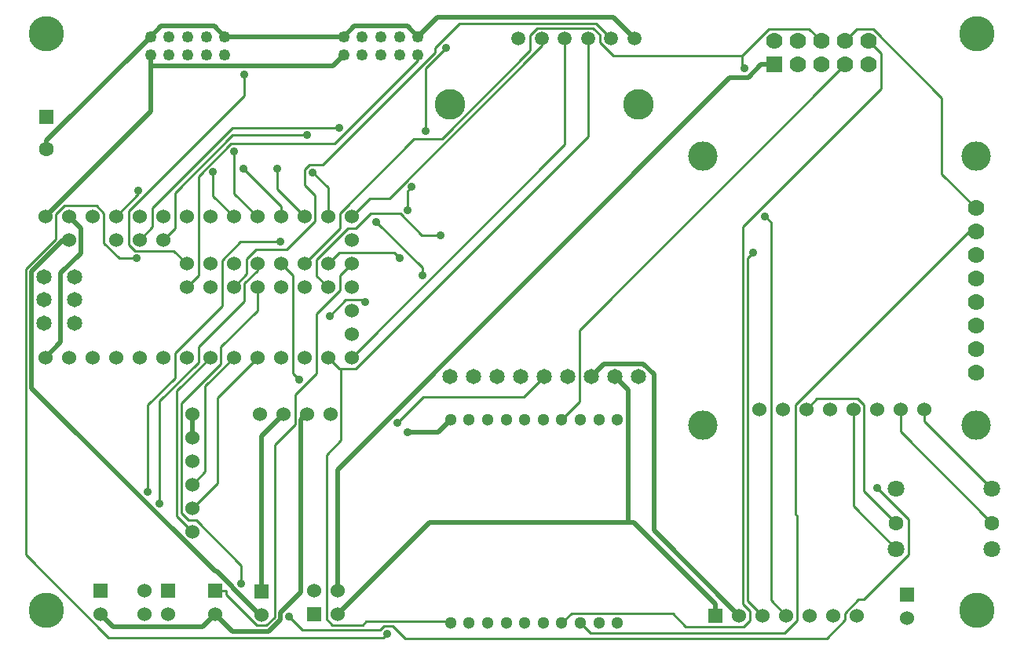
<source format=gbl>
G04 (created by PCBNEW (2013-jul-07)-stable) date Sun 08 May 2016 08:08:29 PM PDT*
%MOIN*%
G04 Gerber Fmt 3.4, Leading zero omitted, Abs format*
%FSLAX34Y34*%
G01*
G70*
G90*
G04 APERTURE LIST*
%ADD10C,0.00590551*%
%ADD11C,0.06*%
%ADD12R,0.06X0.06*%
%ADD13C,0.0629921*%
%ADD14C,0.0708661*%
%ADD15C,0.065*%
%ADD16C,0.13*%
%ADD17C,0.07*%
%ADD18C,0.125*%
%ADD19R,0.063X0.063*%
%ADD20C,0.063*%
%ADD21R,0.07X0.07*%
%ADD22C,0.0492126*%
%ADD23C,0.15*%
%ADD24C,0.0590551*%
%ADD25C,0.0511811*%
%ADD26C,0.035*%
%ADD27C,0.02*%
%ADD28C,0.01*%
G04 APERTURE END LIST*
G54D10*
G54D11*
X20550Y-27650D03*
X21550Y-27650D03*
X22550Y-27650D03*
X23550Y-27650D03*
G54D12*
X16650Y-35150D03*
G54D11*
X16650Y-36150D03*
X15650Y-35150D03*
X15650Y-36150D03*
G54D12*
X18670Y-35150D03*
G54D11*
X18670Y-36150D03*
G54D12*
X20618Y-35179D03*
G54D11*
X20618Y-36179D03*
X17700Y-27650D03*
X17700Y-28650D03*
X17700Y-29650D03*
X17700Y-30650D03*
X17700Y-31650D03*
X17700Y-32650D03*
G54D13*
X47578Y-32283D03*
X51633Y-32283D03*
G54D14*
X47578Y-30826D03*
X47582Y-33385D03*
X51633Y-30826D03*
X51633Y-33385D03*
G54D15*
X12700Y-23780D03*
X12700Y-22800D03*
X12700Y-21820D03*
X11400Y-21820D03*
X11400Y-22800D03*
X11400Y-23780D03*
X28618Y-26043D03*
X29618Y-26043D03*
X30618Y-26043D03*
X31618Y-26043D03*
X32618Y-26043D03*
X33618Y-26043D03*
X34618Y-26043D03*
X35618Y-26043D03*
G54D16*
X28618Y-14483D03*
X36618Y-14483D03*
G54D15*
X36618Y-26043D03*
G54D17*
X50950Y-18900D03*
X50950Y-19900D03*
X50950Y-20900D03*
X50950Y-21900D03*
X50950Y-22900D03*
X50950Y-23900D03*
X50950Y-24900D03*
X50950Y-25900D03*
G54D18*
X50980Y-16690D03*
X50980Y-28110D03*
X39360Y-16690D03*
X39360Y-28110D03*
G54D19*
X11500Y-15011D03*
G54D20*
X11500Y-16389D03*
G54D12*
X13800Y-35150D03*
G54D11*
X13800Y-36150D03*
G54D21*
X42400Y-12800D03*
G54D17*
X42400Y-11800D03*
X43400Y-12800D03*
X43400Y-11800D03*
X44400Y-12800D03*
X44400Y-11800D03*
X45400Y-12800D03*
X45400Y-11800D03*
X46400Y-12800D03*
X46400Y-11800D03*
G54D11*
X11450Y-25250D03*
X12450Y-25250D03*
X13450Y-25250D03*
X14450Y-25250D03*
X15450Y-25250D03*
X16450Y-25250D03*
X17450Y-25250D03*
X18450Y-25250D03*
X19450Y-25250D03*
X20450Y-25250D03*
X21450Y-25250D03*
X22450Y-25250D03*
X23450Y-25250D03*
X24450Y-25250D03*
X24450Y-24250D03*
X24450Y-23250D03*
X24450Y-22250D03*
X24450Y-21250D03*
X24450Y-20250D03*
X24450Y-19250D03*
X23450Y-19250D03*
X22450Y-19250D03*
X21450Y-19250D03*
X20450Y-19250D03*
X19450Y-19250D03*
X18450Y-19250D03*
X17450Y-19250D03*
X16450Y-19250D03*
X15450Y-19250D03*
X14450Y-19250D03*
X13450Y-19250D03*
X12450Y-19250D03*
X11450Y-19250D03*
X17450Y-22250D03*
X18450Y-22250D03*
X19450Y-22250D03*
X20450Y-22250D03*
X21450Y-22250D03*
X22450Y-22250D03*
X23450Y-22250D03*
X23450Y-21250D03*
X22450Y-21250D03*
X21450Y-21250D03*
X20450Y-21250D03*
X19450Y-21250D03*
X18450Y-21250D03*
X17450Y-21250D03*
X16450Y-20250D03*
X15450Y-20250D03*
X14450Y-20250D03*
X12450Y-20250D03*
G54D22*
X24125Y-12393D03*
X24125Y-11606D03*
X24912Y-12393D03*
X24912Y-11606D03*
X25700Y-12393D03*
X25700Y-11606D03*
X26487Y-12393D03*
X26487Y-11606D03*
X27274Y-12393D03*
X27274Y-11606D03*
X15925Y-12393D03*
X15925Y-11606D03*
X16712Y-12393D03*
X16712Y-11606D03*
X17500Y-12393D03*
X17500Y-11606D03*
X18287Y-12393D03*
X18287Y-11606D03*
X19074Y-12393D03*
X19074Y-11606D03*
G54D23*
X11500Y-11500D03*
X11500Y-36000D03*
X51000Y-11500D03*
X51000Y-36000D03*
G54D24*
X36460Y-11700D03*
X31539Y-11700D03*
X32523Y-11700D03*
X33507Y-11700D03*
X34492Y-11700D03*
X35476Y-11700D03*
G54D12*
X22850Y-36150D03*
G54D11*
X22850Y-35150D03*
X23850Y-36150D03*
X23850Y-35150D03*
G54D25*
X35743Y-27869D03*
X34955Y-27869D03*
X34168Y-27869D03*
X33381Y-27869D03*
X32593Y-27869D03*
X31806Y-27869D03*
X31018Y-27869D03*
X30231Y-27869D03*
X29444Y-27869D03*
X28656Y-27869D03*
X28656Y-36530D03*
X29444Y-36530D03*
X30231Y-36530D03*
X31018Y-36530D03*
X31806Y-36530D03*
X32593Y-36530D03*
X33381Y-36530D03*
X34168Y-36530D03*
X34955Y-36530D03*
X35743Y-36530D03*
G54D11*
X48750Y-27450D03*
X47750Y-27450D03*
X41750Y-27450D03*
X42750Y-27450D03*
X43750Y-27450D03*
X44750Y-27450D03*
X45750Y-27450D03*
X46750Y-27450D03*
G54D12*
X48031Y-35326D03*
G54D11*
X48031Y-36326D03*
G54D12*
X39913Y-36220D03*
G54D11*
X40913Y-36220D03*
X41913Y-36220D03*
X42913Y-36220D03*
X43913Y-36220D03*
X44913Y-36220D03*
X45913Y-36220D03*
G54D26*
X21441Y-20327D03*
X15808Y-30955D03*
X21300Y-17214D03*
X19482Y-16468D03*
X15415Y-18136D03*
X22565Y-15799D03*
X26391Y-28004D03*
X25956Y-36990D03*
X15335Y-21034D03*
X23526Y-23473D03*
X25043Y-22878D03*
X25505Y-19476D03*
X27458Y-21760D03*
X26505Y-21006D03*
X41503Y-20794D03*
X41122Y-12960D03*
X42005Y-19247D03*
X19903Y-13222D03*
X28249Y-20038D03*
X22807Y-17375D03*
X19855Y-17214D03*
X18582Y-17362D03*
X27595Y-15609D03*
X28481Y-12074D03*
X27008Y-18000D03*
X26822Y-18969D03*
X23940Y-15473D03*
X22221Y-26180D03*
X16316Y-31448D03*
X26821Y-28408D03*
X46773Y-30800D03*
X21810Y-36250D03*
X19775Y-34855D03*
G54D27*
X20618Y-28581D02*
X21550Y-27650D01*
X20618Y-35179D02*
X20618Y-28581D01*
X23674Y-12844D02*
X15925Y-12844D01*
X24125Y-12393D02*
X23674Y-12844D01*
X15925Y-14774D02*
X15925Y-12844D01*
X11450Y-19250D02*
X15925Y-14774D01*
X15925Y-12844D02*
X15925Y-12393D01*
X39913Y-36220D02*
X39913Y-35720D01*
X36202Y-26627D02*
X35618Y-26043D01*
X36202Y-32237D02*
X36202Y-26627D01*
X27762Y-32237D02*
X36202Y-32237D01*
X23850Y-36150D02*
X27762Y-32237D01*
X36430Y-32237D02*
X39913Y-35720D01*
X36202Y-32237D02*
X36430Y-32237D01*
G54D28*
X21441Y-20327D02*
X21441Y-20327D01*
X19725Y-20327D02*
X21441Y-20327D01*
X18950Y-21103D02*
X19725Y-20327D01*
X18950Y-23049D02*
X18950Y-21103D01*
X16950Y-25049D02*
X18950Y-23049D01*
X16950Y-26103D02*
X16950Y-25049D01*
X15808Y-27245D02*
X16950Y-26103D01*
X15808Y-30955D02*
X15808Y-27245D01*
X21300Y-18100D02*
X22450Y-19250D01*
X21300Y-17214D02*
X21300Y-18100D01*
X19482Y-18282D02*
X19482Y-16468D01*
X20450Y-19250D02*
X19482Y-18282D01*
X15415Y-18284D02*
X15415Y-18136D01*
X14450Y-19250D02*
X15415Y-18284D01*
X16950Y-19750D02*
X16450Y-20250D01*
X16950Y-18252D02*
X16950Y-19750D01*
X19402Y-15799D02*
X16950Y-18252D01*
X22565Y-15799D02*
X19402Y-15799D01*
X31750Y-26911D02*
X32618Y-26043D01*
X27485Y-26911D02*
X31750Y-26911D01*
X26391Y-28004D02*
X27485Y-26911D01*
X46207Y-30912D02*
X47578Y-32283D01*
X46207Y-27266D02*
X46207Y-30912D01*
X45938Y-26998D02*
X46207Y-27266D01*
X44201Y-26998D02*
X45938Y-26998D01*
X43750Y-27450D02*
X44201Y-26998D01*
X45750Y-31553D02*
X47582Y-33385D01*
X45750Y-27450D02*
X45750Y-31553D01*
X48750Y-27942D02*
X51633Y-30826D01*
X48750Y-27450D02*
X48750Y-27942D01*
X25807Y-37138D02*
X25956Y-36990D01*
X14136Y-37138D02*
X25807Y-37138D01*
X10619Y-33621D02*
X14136Y-37138D01*
X10619Y-21491D02*
X10619Y-33621D01*
X11900Y-20211D02*
X10619Y-21491D01*
X11900Y-19153D02*
X11900Y-20211D01*
X12271Y-18782D02*
X11900Y-19153D01*
X13620Y-18782D02*
X12271Y-18782D01*
X13945Y-19106D02*
X13620Y-18782D01*
X13945Y-20387D02*
X13945Y-19106D01*
X14592Y-21034D02*
X13945Y-20387D01*
X15335Y-21034D02*
X14592Y-21034D01*
X47750Y-28399D02*
X47750Y-27450D01*
X51633Y-32283D02*
X47750Y-28399D01*
X24965Y-22799D02*
X25043Y-22878D01*
X24200Y-22799D02*
X24965Y-22799D01*
X23526Y-23473D02*
X24200Y-22799D01*
X27458Y-21429D02*
X27458Y-21760D01*
X25505Y-19476D02*
X27458Y-21429D01*
X17042Y-31992D02*
X17700Y-32650D01*
X17042Y-26657D02*
X17042Y-31992D01*
X18450Y-25250D02*
X17042Y-26657D01*
X18752Y-26947D02*
X20450Y-25250D01*
X18752Y-30597D02*
X18752Y-26947D01*
X17700Y-31650D02*
X18752Y-30597D01*
X18249Y-30100D02*
X17700Y-30650D01*
X18249Y-26450D02*
X18249Y-30100D01*
X19450Y-25250D02*
X18249Y-26450D01*
X33507Y-16192D02*
X24450Y-25250D01*
X33507Y-11700D02*
X33507Y-16192D01*
X34118Y-24081D02*
X45400Y-12800D01*
X34118Y-27132D02*
X34118Y-24081D01*
X33381Y-27869D02*
X34118Y-27132D01*
X24000Y-28767D02*
X24000Y-25717D01*
X23385Y-29382D02*
X24000Y-28767D01*
X23385Y-36352D02*
X23385Y-29382D01*
X23635Y-36603D02*
X23385Y-36352D01*
X24917Y-36603D02*
X23635Y-36603D01*
X25056Y-36463D02*
X24917Y-36603D01*
X28589Y-36463D02*
X25056Y-36463D01*
X28656Y-36530D02*
X28589Y-36463D01*
X23917Y-25717D02*
X24000Y-25717D01*
X23450Y-25250D02*
X23917Y-25717D01*
X34492Y-15861D02*
X34492Y-11700D01*
X24635Y-25717D02*
X34492Y-15861D01*
X24000Y-25717D02*
X24635Y-25717D01*
X49515Y-17465D02*
X50950Y-18900D01*
X49515Y-14203D02*
X49515Y-17465D01*
X46598Y-11286D02*
X49515Y-14203D01*
X45913Y-11286D02*
X46598Y-11286D01*
X45400Y-11800D02*
X45913Y-11286D01*
X19999Y-21700D02*
X19450Y-22250D01*
X19999Y-21063D02*
X19999Y-21700D01*
X20399Y-20663D02*
X19999Y-21063D01*
X21685Y-20663D02*
X20399Y-20663D01*
X22901Y-19447D02*
X21685Y-20663D01*
X22901Y-18354D02*
X22901Y-19447D01*
X22462Y-17915D02*
X22901Y-18354D01*
X22462Y-17243D02*
X22462Y-17915D01*
X22664Y-17041D02*
X22462Y-17243D01*
X23229Y-17041D02*
X22664Y-17041D01*
X27984Y-12286D02*
X23229Y-17041D01*
X27984Y-12085D02*
X27984Y-12286D01*
X29024Y-11045D02*
X27984Y-12085D01*
X34821Y-11045D02*
X29024Y-11045D01*
X35476Y-11700D02*
X34821Y-11045D01*
X19120Y-35318D02*
X19120Y-35150D01*
X20433Y-36631D02*
X19120Y-35318D01*
X20832Y-36631D02*
X20433Y-36631D01*
X21184Y-36278D02*
X20832Y-36631D01*
X21184Y-28965D02*
X21184Y-36278D01*
X22050Y-28100D02*
X21184Y-28965D01*
X22050Y-26822D02*
X22050Y-28100D01*
X22950Y-25922D02*
X22050Y-26822D01*
X22950Y-23401D02*
X22950Y-25922D01*
X23950Y-22401D02*
X22950Y-23401D01*
X23950Y-21750D02*
X23950Y-22401D01*
X24450Y-21250D02*
X23950Y-21750D01*
X18670Y-35150D02*
X19120Y-35150D01*
X25231Y-18468D02*
X24450Y-19250D01*
X26052Y-18468D02*
X25231Y-18468D01*
X32523Y-11997D02*
X26052Y-18468D01*
X32523Y-11700D02*
X32523Y-11997D01*
X50659Y-19900D02*
X50950Y-19900D01*
X43294Y-27265D02*
X50659Y-19900D01*
X43294Y-31897D02*
X43294Y-27265D01*
X43365Y-31969D02*
X43294Y-31897D01*
X43365Y-36410D02*
X43365Y-31969D01*
X42829Y-36946D02*
X43365Y-36410D01*
X34584Y-36946D02*
X42829Y-36946D01*
X34168Y-36530D02*
X34584Y-36946D01*
X23917Y-20782D02*
X23450Y-21250D01*
X26281Y-20782D02*
X23917Y-20782D01*
X26505Y-21006D02*
X26281Y-20782D01*
X41280Y-21017D02*
X41503Y-20794D01*
X41280Y-35587D02*
X41280Y-21017D01*
X41913Y-36220D02*
X41280Y-35587D01*
X35572Y-12426D02*
X41034Y-12426D01*
X34984Y-11837D02*
X35572Y-12426D01*
X34984Y-11530D02*
X34984Y-11837D01*
X34703Y-11250D02*
X34984Y-11530D01*
X32331Y-11250D02*
X34703Y-11250D01*
X32031Y-11550D02*
X32331Y-11250D01*
X32031Y-12201D02*
X32031Y-11550D01*
X28286Y-15946D02*
X32031Y-12201D01*
X27107Y-15946D02*
X28286Y-15946D01*
X23950Y-19103D02*
X27107Y-15946D01*
X23950Y-19750D02*
X23950Y-19103D01*
X22450Y-21250D02*
X23950Y-19750D01*
X43881Y-11281D02*
X44400Y-11800D01*
X42179Y-11281D02*
X43881Y-11281D01*
X41034Y-12426D02*
X42179Y-11281D01*
X41034Y-12873D02*
X41122Y-12960D01*
X41034Y-12426D02*
X41034Y-12873D01*
X42250Y-35557D02*
X42913Y-36220D01*
X42250Y-19492D02*
X42250Y-35557D01*
X42005Y-19247D02*
X42250Y-19492D01*
X19903Y-14108D02*
X19903Y-13222D01*
X14994Y-19017D02*
X19903Y-14108D01*
X14994Y-20446D02*
X14994Y-19017D01*
X15257Y-20709D02*
X14994Y-20446D01*
X16909Y-20709D02*
X15257Y-20709D01*
X17450Y-21250D02*
X16909Y-20709D01*
X17950Y-21750D02*
X17450Y-22250D01*
X17950Y-17535D02*
X17950Y-21750D01*
X19349Y-16135D02*
X17950Y-17535D01*
X23744Y-16135D02*
X19349Y-16135D01*
X27274Y-12606D02*
X23744Y-16135D01*
X27274Y-12393D02*
X27274Y-12606D01*
X27431Y-20038D02*
X28249Y-20038D01*
X26527Y-19134D02*
X27431Y-20038D01*
X25251Y-19134D02*
X26527Y-19134D01*
X24635Y-19750D02*
X25251Y-19134D01*
X24308Y-19750D02*
X24635Y-19750D01*
X22983Y-21074D02*
X24308Y-19750D01*
X22983Y-21783D02*
X22983Y-21074D01*
X23450Y-22250D02*
X22983Y-21783D01*
G54D27*
X23850Y-30002D02*
X23850Y-35150D01*
X40502Y-13350D02*
X23850Y-30002D01*
X41299Y-13350D02*
X40502Y-13350D01*
X41849Y-12800D02*
X41299Y-13350D01*
X42400Y-12800D02*
X41849Y-12800D01*
X20552Y-36179D02*
X20618Y-36179D01*
X19400Y-35027D02*
X20552Y-36179D01*
X19400Y-34990D02*
X19400Y-35027D01*
X18740Y-34331D02*
X19400Y-34990D01*
X18651Y-34331D02*
X18740Y-34331D01*
X10873Y-26553D02*
X18651Y-34331D01*
X10873Y-21591D02*
X10873Y-26553D01*
X12215Y-20250D02*
X10873Y-21591D01*
X12450Y-20250D02*
X12215Y-20250D01*
G54D28*
X23450Y-18018D02*
X23450Y-19250D01*
X22807Y-17375D02*
X23450Y-18018D01*
X21450Y-18809D02*
X21450Y-19250D01*
X19855Y-17214D02*
X21450Y-18809D01*
X18582Y-18382D02*
X18582Y-17362D01*
X19450Y-19250D02*
X18582Y-18382D01*
X27595Y-12960D02*
X28481Y-12074D01*
X27595Y-15609D02*
X27595Y-12960D01*
X26822Y-18186D02*
X27008Y-18000D01*
X26822Y-18969D02*
X26822Y-18186D01*
X19406Y-15473D02*
X23940Y-15473D01*
X15999Y-18880D02*
X19406Y-15473D01*
X15999Y-19700D02*
X15999Y-18880D01*
X15450Y-20250D02*
X15999Y-19700D01*
X21950Y-25909D02*
X22221Y-26180D01*
X21950Y-21750D02*
X21950Y-25909D01*
X21450Y-21250D02*
X21950Y-21750D01*
X16316Y-27100D02*
X16316Y-31448D01*
X17950Y-25466D02*
X16316Y-27100D01*
X17950Y-24799D02*
X17950Y-25466D01*
X19900Y-22849D02*
X17950Y-24799D01*
X19900Y-22099D02*
X19900Y-22849D01*
X20450Y-21549D02*
X19900Y-22099D01*
X20450Y-21250D02*
X20450Y-21549D01*
X46920Y-12320D02*
X46400Y-11800D01*
X46920Y-13815D02*
X46920Y-12320D01*
X41063Y-19672D02*
X46920Y-13815D01*
X41063Y-35703D02*
X41063Y-19672D01*
X41370Y-36009D02*
X41063Y-35703D01*
X41370Y-36411D02*
X41370Y-36009D01*
X41105Y-36676D02*
X41370Y-36411D01*
X38640Y-36676D02*
X41105Y-36676D01*
X38088Y-36124D02*
X38640Y-36676D01*
X33787Y-36124D02*
X38088Y-36124D01*
X33381Y-36530D02*
X33787Y-36124D01*
G54D27*
X17700Y-28650D02*
X17700Y-27650D01*
X12956Y-19756D02*
X12450Y-19250D01*
X12956Y-20819D02*
X12956Y-19756D01*
X12112Y-21663D02*
X12956Y-20819D01*
X12112Y-24587D02*
X12112Y-21663D01*
X11450Y-25250D02*
X12112Y-24587D01*
X16375Y-11155D02*
X15925Y-11606D01*
X18624Y-11155D02*
X16375Y-11155D01*
X19074Y-11606D02*
X18624Y-11155D01*
X19074Y-11606D02*
X24125Y-11606D01*
X14322Y-36672D02*
X13800Y-36150D01*
X18147Y-36672D02*
X14322Y-36672D01*
X18670Y-36150D02*
X18147Y-36672D01*
X19402Y-36881D02*
X18670Y-36150D01*
X20935Y-36881D02*
X19402Y-36881D01*
X21435Y-36382D02*
X20935Y-36881D01*
X21435Y-36095D02*
X21435Y-36382D01*
X22300Y-35230D02*
X21435Y-36095D01*
X22300Y-27899D02*
X22300Y-35230D01*
X22550Y-27650D02*
X22300Y-27899D01*
X26828Y-11160D02*
X27274Y-11606D01*
X24571Y-11160D02*
X26828Y-11160D01*
X24125Y-11606D02*
X24571Y-11160D01*
X35555Y-10795D02*
X36460Y-11700D01*
X28086Y-10795D02*
X35555Y-10795D01*
X27274Y-11606D02*
X28086Y-10795D01*
X28117Y-28408D02*
X26821Y-28408D01*
X28656Y-27869D02*
X28117Y-28408D01*
X11500Y-16031D02*
X15925Y-11606D01*
X11500Y-16389D02*
X11500Y-16031D01*
X35153Y-25507D02*
X34618Y-26043D01*
X36829Y-25507D02*
X35153Y-25507D01*
X37287Y-25965D02*
X36829Y-25507D01*
X37287Y-32594D02*
X37287Y-25965D01*
X40913Y-36220D02*
X37287Y-32594D01*
G54D28*
X20450Y-23244D02*
X20450Y-22250D01*
X18900Y-24794D02*
X20450Y-23244D01*
X18900Y-25516D02*
X18900Y-24794D01*
X17243Y-27173D02*
X18900Y-25516D01*
X17243Y-31863D02*
X17243Y-27173D01*
X17529Y-32150D02*
X17243Y-31863D01*
X17856Y-32150D02*
X17529Y-32150D01*
X19775Y-34069D02*
X17856Y-32150D01*
X19775Y-34855D02*
X19775Y-34069D01*
X48091Y-32117D02*
X46773Y-30800D01*
X48091Y-33612D02*
X48091Y-32117D01*
X46184Y-35519D02*
X48091Y-33612D01*
X45973Y-35519D02*
X46184Y-35519D01*
X45389Y-36102D02*
X45973Y-35519D01*
X45389Y-36401D02*
X45389Y-36102D01*
X44619Y-37171D02*
X45389Y-36401D01*
X26720Y-37171D02*
X44619Y-37171D01*
X26212Y-36663D02*
X26720Y-37171D01*
X25822Y-36663D02*
X26212Y-36663D01*
X25683Y-36803D02*
X25822Y-36663D01*
X22362Y-36803D02*
X25683Y-36803D01*
X21810Y-36250D02*
X22362Y-36803D01*
M02*

</source>
